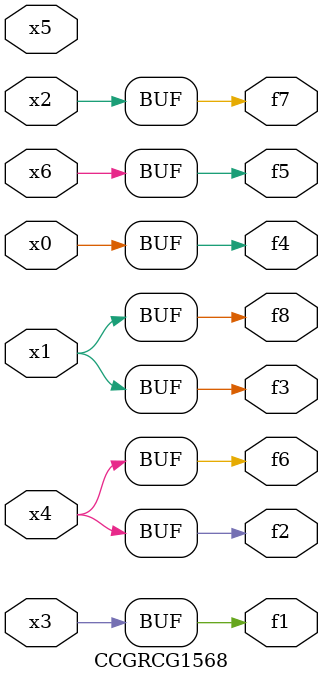
<source format=v>
module CCGRCG1568(
	input x0, x1, x2, x3, x4, x5, x6,
	output f1, f2, f3, f4, f5, f6, f7, f8
);
	assign f1 = x3;
	assign f2 = x4;
	assign f3 = x1;
	assign f4 = x0;
	assign f5 = x6;
	assign f6 = x4;
	assign f7 = x2;
	assign f8 = x1;
endmodule

</source>
